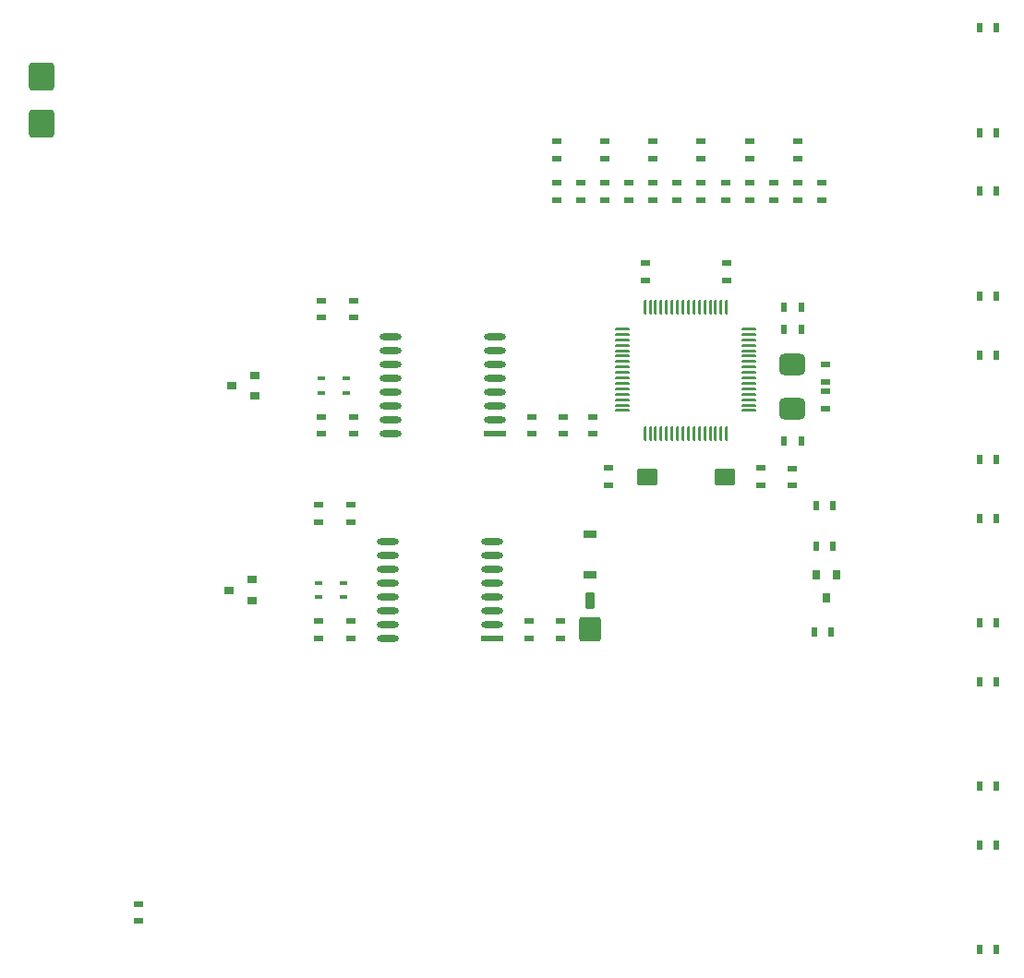
<source format=gtp>
G04*
G04 #@! TF.GenerationSoftware,Altium Limited,Altium Designer,22.2.1 (43)*
G04*
G04 Layer_Color=8421504*
%FSLAX44Y44*%
%MOMM*%
G71*
G04*
G04 #@! TF.SameCoordinates,7A9A4B32-F866-4FC0-92F5-D822EF52183D*
G04*
G04*
G04 #@! TF.FilePolarity,Positive*
G04*
G01*
G75*
%ADD16R,0.9000X0.6000*%
%ADD17O,2.0000X0.6000*%
%ADD18R,2.0000X0.6000*%
%ADD19R,0.8000X0.4000*%
%ADD20R,0.9000X0.7000*%
G04:AMPARAMS|DCode=21|XSize=1.5mm|YSize=0.8mm|CornerRadius=0.08mm|HoleSize=0mm|Usage=FLASHONLY|Rotation=90.000|XOffset=0mm|YOffset=0mm|HoleType=Round|Shape=RoundedRectangle|*
%AMROUNDEDRECTD21*
21,1,1.5000,0.6400,0,0,90.0*
21,1,1.3400,0.8000,0,0,90.0*
1,1,0.1600,0.3200,0.6700*
1,1,0.1600,0.3200,-0.6700*
1,1,0.1600,-0.3200,-0.6700*
1,1,0.1600,-0.3200,0.6700*
%
%ADD21ROUNDEDRECTD21*%
G04:AMPARAMS|DCode=22|XSize=2.2mm|YSize=2mm|CornerRadius=0.2mm|HoleSize=0mm|Usage=FLASHONLY|Rotation=90.000|XOffset=0mm|YOffset=0mm|HoleType=Round|Shape=RoundedRectangle|*
%AMROUNDEDRECTD22*
21,1,2.2000,1.6000,0,0,90.0*
21,1,1.8000,2.0000,0,0,90.0*
1,1,0.4000,0.8000,0.9000*
1,1,0.4000,0.8000,-0.9000*
1,1,0.4000,-0.8000,-0.9000*
1,1,0.4000,-0.8000,0.9000*
%
%ADD22ROUNDEDRECTD22*%
%ADD23R,1.2000X0.7000*%
%ADD24R,0.6000X0.9000*%
%ADD25R,0.7000X0.9000*%
G04:AMPARAMS|DCode=26|XSize=2mm|YSize=2.4mm|CornerRadius=0.5mm|HoleSize=0mm|Usage=FLASHONLY|Rotation=270.000|XOffset=0mm|YOffset=0mm|HoleType=Round|Shape=RoundedRectangle|*
%AMROUNDEDRECTD26*
21,1,2.0000,1.4000,0,0,270.0*
21,1,1.0000,2.4000,0,0,270.0*
1,1,1.0000,-0.7000,-0.5000*
1,1,1.0000,-0.7000,0.5000*
1,1,1.0000,0.7000,0.5000*
1,1,1.0000,0.7000,-0.5000*
%
%ADD26ROUNDEDRECTD26*%
%ADD27O,0.2540X1.5000*%
%ADD28O,1.5000X0.2540*%
G04:AMPARAMS|DCode=29|XSize=1.6mm|YSize=1.8mm|CornerRadius=0.16mm|HoleSize=0mm|Usage=FLASHONLY|Rotation=270.000|XOffset=0mm|YOffset=0mm|HoleType=Round|Shape=RoundedRectangle|*
%AMROUNDEDRECTD29*
21,1,1.6000,1.4800,0,0,270.0*
21,1,1.2800,1.8000,0,0,270.0*
1,1,0.3200,-0.7400,-0.6400*
1,1,0.3200,-0.7400,0.6400*
1,1,0.3200,0.7400,0.6400*
1,1,0.3200,0.7400,-0.6400*
%
%ADD29ROUNDEDRECTD29*%
G04:AMPARAMS|DCode=30|XSize=2.5mm|YSize=2.3mm|CornerRadius=0.23mm|HoleSize=0mm|Usage=FLASHONLY|Rotation=270.000|XOffset=0mm|YOffset=0mm|HoleType=Round|Shape=RoundedRectangle|*
%AMROUNDEDRECTD30*
21,1,2.5000,1.8400,0,0,270.0*
21,1,2.0400,2.3000,0,0,270.0*
1,1,0.4600,-0.9200,-1.0200*
1,1,0.4600,-0.9200,1.0200*
1,1,0.4600,0.9200,1.0200*
1,1,0.4600,0.9200,-1.0200*
%
%ADD30ROUNDEDRECTD30*%
D16*
X1652940Y822050D02*
D03*
Y806450D02*
D03*
X1577940Y822050D02*
D03*
Y806450D02*
D03*
X1740000Y895720D02*
D03*
Y880120D02*
D03*
X1717890Y895720D02*
D03*
Y880120D02*
D03*
X1695780Y895720D02*
D03*
Y880120D02*
D03*
X1673670Y895720D02*
D03*
Y880120D02*
D03*
X1651560Y895720D02*
D03*
Y880120D02*
D03*
X1629450Y895720D02*
D03*
Y880120D02*
D03*
X1607340Y895720D02*
D03*
Y880120D02*
D03*
X1585230Y895720D02*
D03*
Y880120D02*
D03*
X1563120Y895720D02*
D03*
Y880120D02*
D03*
X1541010Y895720D02*
D03*
Y880120D02*
D03*
X1518900Y895720D02*
D03*
Y880120D02*
D03*
X1496790Y895720D02*
D03*
Y880120D02*
D03*
X1308250Y600300D02*
D03*
Y584700D02*
D03*
X1278500D02*
D03*
Y600300D02*
D03*
X1500750Y477901D02*
D03*
Y493501D02*
D03*
X1471500Y477901D02*
D03*
Y493501D02*
D03*
X1278500Y477901D02*
D03*
Y493501D02*
D03*
X1308250Y477901D02*
D03*
Y493501D02*
D03*
X1530000Y665401D02*
D03*
Y681001D02*
D03*
X1503250Y665401D02*
D03*
Y681001D02*
D03*
X1474000Y665401D02*
D03*
Y681001D02*
D03*
X1310750Y665401D02*
D03*
Y681001D02*
D03*
X1281000Y665401D02*
D03*
Y681001D02*
D03*
X1310750Y787800D02*
D03*
Y772200D02*
D03*
X1281000D02*
D03*
Y787800D02*
D03*
X1713000Y618200D02*
D03*
Y633800D02*
D03*
X1684440Y618310D02*
D03*
Y633910D02*
D03*
X1743710Y688930D02*
D03*
Y704530D02*
D03*
X1544000Y618310D02*
D03*
Y633910D02*
D03*
X1585230Y918220D02*
D03*
Y933820D02*
D03*
X1629450Y918220D02*
D03*
Y933820D02*
D03*
X1541010Y918220D02*
D03*
Y933820D02*
D03*
X1673670Y918220D02*
D03*
Y933820D02*
D03*
X1717890D02*
D03*
Y918220D02*
D03*
X1496790D02*
D03*
Y933820D02*
D03*
X1743710Y713330D02*
D03*
Y728930D02*
D03*
X1113000Y234265D02*
D03*
Y218665D02*
D03*
D17*
X1341750Y566801D02*
D03*
X1437750D02*
D03*
X1341750Y477901D02*
D03*
X1437750Y503301D02*
D03*
Y516001D02*
D03*
Y490601D02*
D03*
Y554101D02*
D03*
X1341750Y490601D02*
D03*
X1341750Y503301D02*
D03*
X1341750Y516001D02*
D03*
X1437750Y541401D02*
D03*
Y528701D02*
D03*
X1341750Y554101D02*
D03*
Y541401D02*
D03*
Y528701D02*
D03*
X1344250Y754301D02*
D03*
X1440250D02*
D03*
X1344250Y665401D02*
D03*
X1440250Y690801D02*
D03*
Y703501D02*
D03*
Y678101D02*
D03*
Y741601D02*
D03*
X1344250Y678101D02*
D03*
X1344250Y690801D02*
D03*
X1344250Y703501D02*
D03*
X1440250Y728901D02*
D03*
Y716201D02*
D03*
X1344250Y741601D02*
D03*
Y728901D02*
D03*
Y716201D02*
D03*
D18*
X1437750Y477901D02*
D03*
X1440250Y665401D02*
D03*
D19*
X1301750Y515701D02*
D03*
X1278750D02*
D03*
X1301750Y528701D02*
D03*
X1278750D02*
D03*
X1304250Y703201D02*
D03*
X1281250D02*
D03*
X1304250Y716201D02*
D03*
X1281250D02*
D03*
D20*
X1217500Y512500D02*
D03*
Y531500D02*
D03*
X1196500Y522000D02*
D03*
X1220000Y700000D02*
D03*
Y719000D02*
D03*
X1199000Y709500D02*
D03*
D21*
X1527375Y512250D02*
D03*
D22*
Y486250D02*
D03*
D23*
X1527500Y573300D02*
D03*
Y536300D02*
D03*
D24*
X1733200Y484000D02*
D03*
X1748800D02*
D03*
X1734500Y562000D02*
D03*
X1750100D02*
D03*
X1900000Y288000D02*
D03*
X1884400D02*
D03*
X1900000Y438000D02*
D03*
X1884400D02*
D03*
X1900000Y588000D02*
D03*
X1884400D02*
D03*
X1900000Y738000D02*
D03*
X1884400D02*
D03*
X1900000Y1038000D02*
D03*
X1884400D02*
D03*
X1900000Y888000D02*
D03*
X1884400D02*
D03*
X1900000Y942000D02*
D03*
X1884400D02*
D03*
X1900000Y792000D02*
D03*
X1884400D02*
D03*
X1900000Y642000D02*
D03*
X1884400D02*
D03*
X1900000Y492000D02*
D03*
X1884400D02*
D03*
X1900000Y342000D02*
D03*
X1884400D02*
D03*
X1900000Y192000D02*
D03*
X1884400D02*
D03*
X1721030Y782000D02*
D03*
X1705430D02*
D03*
X1721030Y761570D02*
D03*
X1705430D02*
D03*
Y659000D02*
D03*
X1721030D02*
D03*
X1750300Y600000D02*
D03*
X1734700D02*
D03*
D25*
X1753500Y536300D02*
D03*
X1734500D02*
D03*
X1744000Y515300D02*
D03*
D26*
X1713230Y728930D02*
D03*
Y688930D02*
D03*
D27*
X1607940Y665900D02*
D03*
X1602940D02*
D03*
X1597940D02*
D03*
X1592940D02*
D03*
X1587940D02*
D03*
X1582940D02*
D03*
X1577940D02*
D03*
X1612940D02*
D03*
X1647940D02*
D03*
X1617940D02*
D03*
X1622940D02*
D03*
X1627940D02*
D03*
X1632940D02*
D03*
X1637940D02*
D03*
X1642940D02*
D03*
X1652940D02*
D03*
X1607940Y781900D02*
D03*
X1602940D02*
D03*
X1597940D02*
D03*
X1592940D02*
D03*
X1587940D02*
D03*
X1582940D02*
D03*
X1577940D02*
D03*
X1612940D02*
D03*
X1617940D02*
D03*
X1622940D02*
D03*
X1627940D02*
D03*
X1632940D02*
D03*
X1637940D02*
D03*
X1642940D02*
D03*
X1647940D02*
D03*
X1652940D02*
D03*
D28*
X1557440Y686400D02*
D03*
Y691400D02*
D03*
Y696400D02*
D03*
Y701400D02*
D03*
Y706400D02*
D03*
Y711400D02*
D03*
Y716400D02*
D03*
Y721400D02*
D03*
Y726400D02*
D03*
Y731400D02*
D03*
Y736400D02*
D03*
Y741400D02*
D03*
Y746400D02*
D03*
Y751400D02*
D03*
Y756400D02*
D03*
Y761400D02*
D03*
X1673440Y686400D02*
D03*
Y691400D02*
D03*
Y696400D02*
D03*
Y701400D02*
D03*
Y706400D02*
D03*
Y711400D02*
D03*
Y716400D02*
D03*
Y721400D02*
D03*
Y726400D02*
D03*
Y731400D02*
D03*
Y736400D02*
D03*
Y741400D02*
D03*
Y746400D02*
D03*
Y751400D02*
D03*
Y756400D02*
D03*
Y761400D02*
D03*
D29*
X1651065Y626110D02*
D03*
X1579815D02*
D03*
D30*
X1024300Y993500D02*
D03*
Y950500D02*
D03*
M02*

</source>
